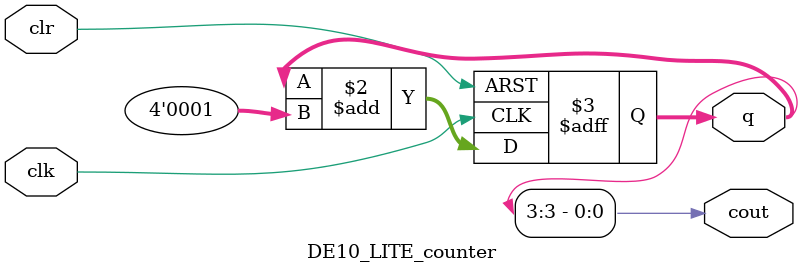
<source format=v>
module DE10_LITE_counter
#(parameter WIDTH=4)
(
	// Entrada(s)
	input clk,
	input clr,
	// Saida(s)
	output reg [WIDTH-1:0] q,
	output cout
);

	always @ (posedge clk or posedge clr)
	begin
		if (clr)
			q <= {(WIDTH){1'b0}};
		else
			q <= q + {{(WIDTH-1){1'b0}},1'b1};
	end

	assign cout = q[WIDTH-1];

endmodule

</source>
